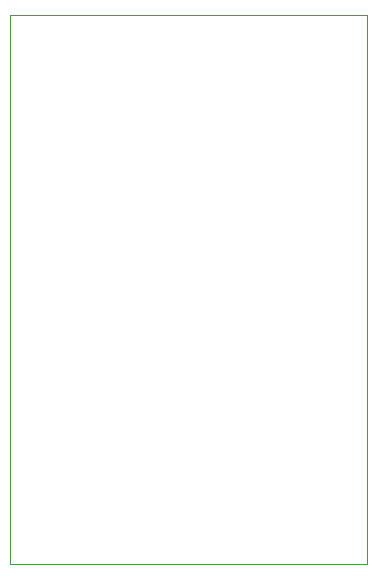
<source format=gbr>
%TF.GenerationSoftware,KiCad,Pcbnew,7.0.5*%
%TF.CreationDate,2024-02-07T02:01:45+01:00*%
%TF.ProjectId,thermometer-hw,74686572-6d6f-46d6-9574-65722d68772e,rev?*%
%TF.SameCoordinates,Original*%
%TF.FileFunction,Profile,NP*%
%FSLAX46Y46*%
G04 Gerber Fmt 4.6, Leading zero omitted, Abs format (unit mm)*
G04 Created by KiCad (PCBNEW 7.0.5) date 2024-02-07 02:01:45*
%MOMM*%
%LPD*%
G01*
G04 APERTURE LIST*
%TA.AperFunction,Profile*%
%ADD10C,0.100000*%
%TD*%
G04 APERTURE END LIST*
D10*
X63119000Y-36068000D02*
X93345000Y-36068000D01*
X93345000Y-82550000D01*
X63119000Y-82550000D01*
X63119000Y-36068000D01*
M02*

</source>
